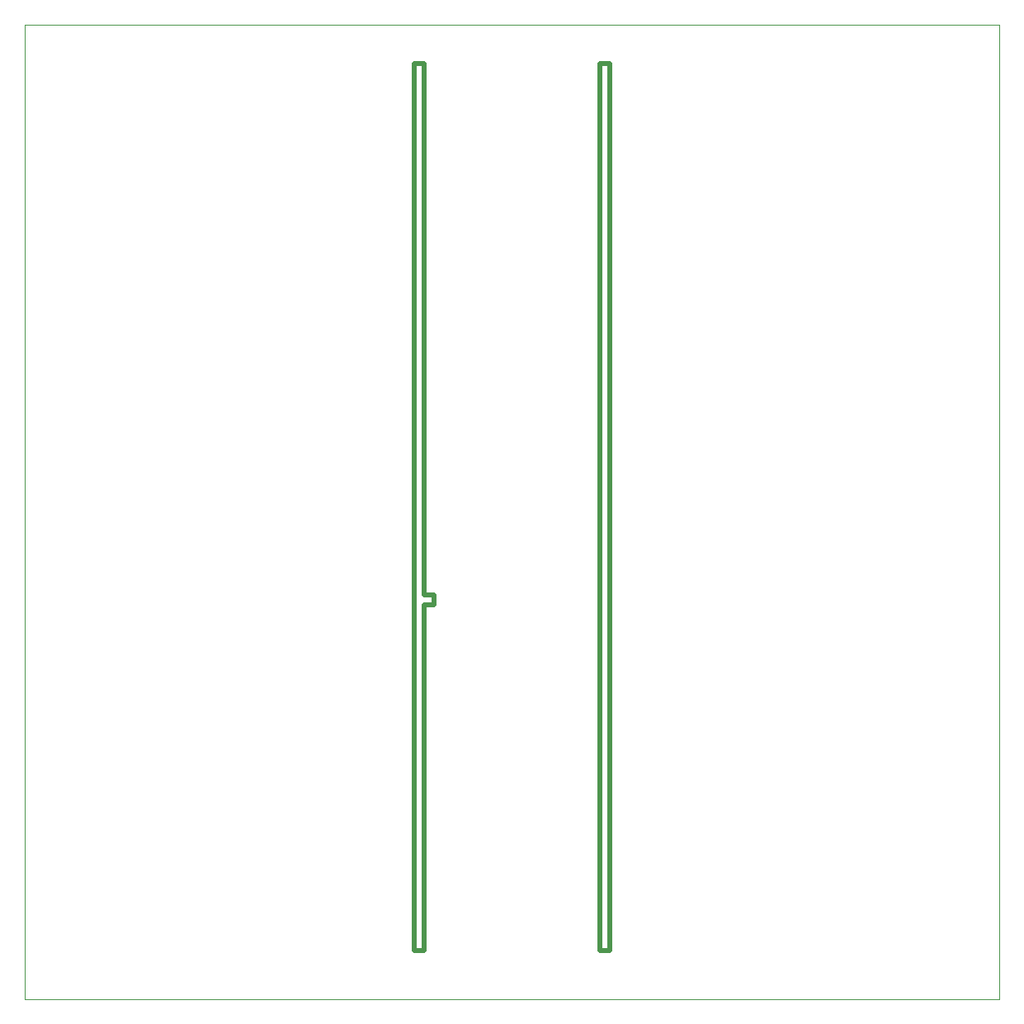
<source format=gm1>
G04 #@! TF.GenerationSoftware,KiCad,Pcbnew,(5.1.9)-1*
G04 #@! TF.CreationDate,2021-05-20T23:10:05+02:00*
G04 #@! TF.ProjectId,KicadJE_OLED_Board_Only,4b696361-644a-4455-9f4f-4c45445f426f,Rev A*
G04 #@! TF.SameCoordinates,Original*
G04 #@! TF.FileFunction,Profile,NP*
%FSLAX46Y46*%
G04 Gerber Fmt 4.6, Leading zero omitted, Abs format (unit mm)*
G04 Created by KiCad (PCBNEW (5.1.9)-1) date 2021-05-20 23:10:05*
%MOMM*%
%LPD*%
G01*
G04 APERTURE LIST*
G04 #@! TA.AperFunction,Profile*
%ADD10C,0.500000*%
G04 #@! TD*
G04 #@! TA.AperFunction,Profile*
%ADD11C,0.050000*%
G04 #@! TD*
G04 APERTURE END LIST*
D10*
X141000000Y-145000000D02*
X141000000Y-109500000D01*
X142000000Y-108500000D02*
X142000000Y-109500000D01*
X141000000Y-109500000D02*
X142000000Y-109500000D01*
X141000000Y-108500000D02*
X142000000Y-108500000D01*
X140000000Y-145000000D02*
X141000000Y-145000000D01*
X140000000Y-54000000D02*
X140000000Y-145000000D01*
X141000000Y-54000000D02*
X140000000Y-54000000D01*
X141000000Y-108500000D02*
X141000000Y-54000000D01*
X159000000Y-145000000D02*
X160000000Y-145000000D01*
X159000000Y-54000000D02*
X159000000Y-145000000D01*
X160000000Y-54000000D02*
X159000000Y-54000000D01*
X160000000Y-145000000D02*
X160000000Y-54000000D01*
D11*
X200000000Y-50000000D02*
X100000000Y-50000000D01*
X200000000Y-150000000D02*
X100000000Y-150000000D01*
X100000000Y-150000000D02*
X100000000Y-50000000D01*
X200000000Y-150000000D02*
X200000000Y-50000000D01*
M02*

</source>
